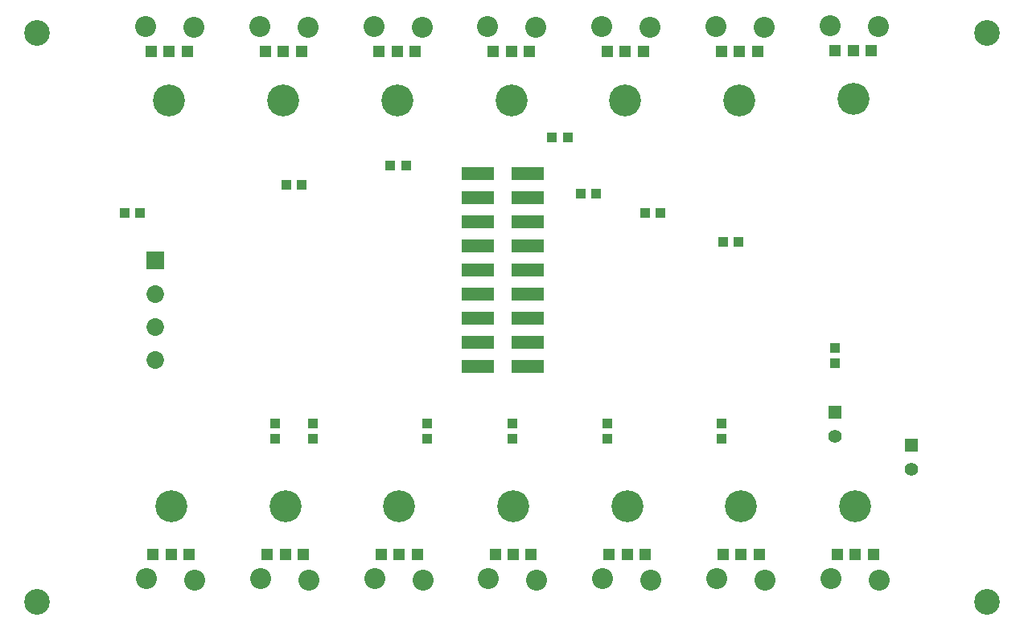
<source format=gts>
G04*
G04 #@! TF.GenerationSoftware,Altium Limited,Altium Designer,20.2.6 (244)*
G04*
G04 Layer_Color=8388736*
%FSLAX25Y25*%
%MOIN*%
G70*
G04*
G04 #@! TF.SameCoordinates,C3CFCC7E-9F89-4B9A-AE3B-C644BB7EF500*
G04*
G04*
G04 #@! TF.FilePolarity,Negative*
G04*
G01*
G75*
%ADD14R,0.04182X0.04469*%
%ADD15R,0.04469X0.04182*%
%ADD16R,0.13300X0.05288*%
%ADD17R,0.07296X0.07296*%
%ADD18C,0.07296*%
%ADD19R,0.05524X0.05524*%
%ADD20C,0.05524*%
%ADD21C,0.08674*%
%ADD22R,0.04737X0.04737*%
%ADD23C,0.13202*%
%ADD24C,0.10642*%
D14*
X236221Y205451D02*
D03*
Y211872D02*
D03*
X299213D02*
D03*
Y205451D02*
D03*
X334646Y211872D02*
D03*
Y205451D02*
D03*
X251969Y211872D02*
D03*
Y205451D02*
D03*
X374016Y211872D02*
D03*
Y205451D02*
D03*
X421260Y211872D02*
D03*
Y205451D02*
D03*
X468504Y243368D02*
D03*
Y236947D02*
D03*
D15*
X421987Y287402D02*
D03*
X428407D02*
D03*
X389764Y299213D02*
D03*
X396184D02*
D03*
X362931Y307087D02*
D03*
X369352D02*
D03*
X290612Y318898D02*
D03*
X284191D02*
D03*
X247305Y311024D02*
D03*
X240884D02*
D03*
X180376Y299213D02*
D03*
X173955D02*
D03*
X357541Y330709D02*
D03*
X351120D02*
D03*
D16*
X320463Y315591D02*
D03*
X340955D02*
D03*
X320463Y305591D02*
D03*
X340955D02*
D03*
X320463Y295590D02*
D03*
X340955D02*
D03*
X320463Y285591D02*
D03*
X340955D02*
D03*
X320463Y275590D02*
D03*
X340955D02*
D03*
X320463Y265591D02*
D03*
X340955D02*
D03*
X320463Y255591D02*
D03*
X340955D02*
D03*
X320463Y245590D02*
D03*
X340955D02*
D03*
X320463Y235591D02*
D03*
X340955D02*
D03*
D17*
X186542Y279528D02*
D03*
D18*
Y265748D02*
D03*
Y251969D02*
D03*
Y238189D02*
D03*
D19*
X500000Y202913D02*
D03*
X468504Y216535D02*
D03*
D20*
X500000Y192913D02*
D03*
X468504Y206535D02*
D03*
D21*
X438976Y376142D02*
D03*
X418976Y376673D02*
D03*
X230000D02*
D03*
X250000Y376142D02*
D03*
X486535Y146949D02*
D03*
X466535Y147480D02*
D03*
X182756Y376673D02*
D03*
X202756Y376142D02*
D03*
X183071Y147480D02*
D03*
X203071Y146949D02*
D03*
X250315D02*
D03*
X230315Y147480D02*
D03*
X277559D02*
D03*
X297559Y146949D02*
D03*
X324803Y147480D02*
D03*
X344803Y146949D02*
D03*
X372047Y147480D02*
D03*
X392047Y146949D02*
D03*
X419291Y147480D02*
D03*
X439291Y146949D02*
D03*
X297244Y376142D02*
D03*
X277244Y376673D02*
D03*
X344488Y376142D02*
D03*
X324488Y376673D02*
D03*
X371732D02*
D03*
X391732Y376142D02*
D03*
X466221Y377067D02*
D03*
X486221Y376535D02*
D03*
D22*
X428740Y366142D02*
D03*
X436221D02*
D03*
X421260D02*
D03*
X239764D02*
D03*
X247244D02*
D03*
X232283D02*
D03*
X476772Y157480D02*
D03*
X469291D02*
D03*
X484252D02*
D03*
X200000Y366142D02*
D03*
X192520D02*
D03*
X185039D02*
D03*
X437008Y157480D02*
D03*
X422047D02*
D03*
X389764D02*
D03*
X374803D02*
D03*
X342520D02*
D03*
X327559D02*
D03*
X295276D02*
D03*
X280315D02*
D03*
X248031D02*
D03*
X233071D02*
D03*
X200787D02*
D03*
X185827D02*
D03*
X468504Y366535D02*
D03*
X483465D02*
D03*
X374016Y366142D02*
D03*
X388976D02*
D03*
X326772D02*
D03*
X341732D02*
D03*
X279528D02*
D03*
X294488D02*
D03*
X193307Y157480D02*
D03*
X240551D02*
D03*
X287795D02*
D03*
X335039D02*
D03*
X382283D02*
D03*
X429528D02*
D03*
X287008Y366142D02*
D03*
X334252D02*
D03*
X381496D02*
D03*
X475984Y366535D02*
D03*
D23*
X428740Y346063D02*
D03*
X239764D02*
D03*
X476772Y177559D02*
D03*
X192520Y346063D02*
D03*
X193307Y177559D02*
D03*
X240551D02*
D03*
X287795D02*
D03*
X335039D02*
D03*
X382283D02*
D03*
X429528D02*
D03*
X287008Y346063D02*
D03*
X334252D02*
D03*
X381496D02*
D03*
X475984Y346457D02*
D03*
D24*
X137795Y374016D02*
D03*
Y137795D02*
D03*
X531496D02*
D03*
Y374016D02*
D03*
M02*

</source>
